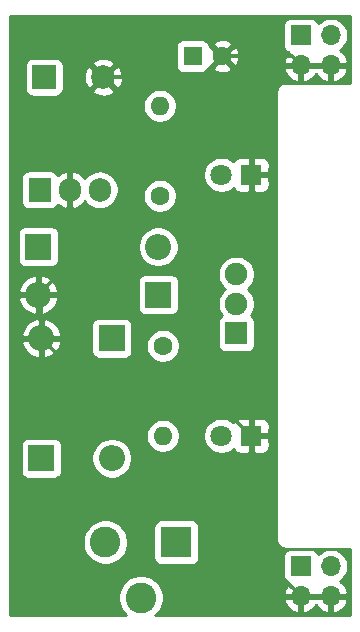
<source format=gtl>
%TF.GenerationSoftware,KiCad,Pcbnew,5.1.10-88a1d61d58~88~ubuntu20.04.1*%
%TF.CreationDate,2021-07-24T20:23:26-03:00*%
%TF.ProjectId,002_Breadboard_Power_Supply,3030325f-4272-4656-9164-626f6172645f,V1*%
%TF.SameCoordinates,Original*%
%TF.FileFunction,Copper,L1,Top*%
%TF.FilePolarity,Positive*%
%FSLAX46Y46*%
G04 Gerber Fmt 4.6, Leading zero omitted, Abs format (unit mm)*
G04 Created by KiCad (PCBNEW 5.1.10-88a1d61d58~88~ubuntu20.04.1) date 2021-07-24 20:23:26*
%MOMM*%
%LPD*%
G01*
G04 APERTURE LIST*
%TA.AperFunction,ComponentPad*%
%ADD10R,2.000000X2.000000*%
%TD*%
%TA.AperFunction,ComponentPad*%
%ADD11C,2.000000*%
%TD*%
%TA.AperFunction,ComponentPad*%
%ADD12R,1.600000X1.600000*%
%TD*%
%TA.AperFunction,ComponentPad*%
%ADD13C,1.600000*%
%TD*%
%TA.AperFunction,ComponentPad*%
%ADD14R,2.200000X2.200000*%
%TD*%
%TA.AperFunction,ComponentPad*%
%ADD15O,2.200000X2.200000*%
%TD*%
%TA.AperFunction,ComponentPad*%
%ADD16R,1.800000X1.800000*%
%TD*%
%TA.AperFunction,ComponentPad*%
%ADD17C,1.800000*%
%TD*%
%TA.AperFunction,ComponentPad*%
%ADD18R,2.600000X2.600000*%
%TD*%
%TA.AperFunction,ComponentPad*%
%ADD19C,2.600000*%
%TD*%
%TA.AperFunction,ComponentPad*%
%ADD20R,1.700000X1.700000*%
%TD*%
%TA.AperFunction,ComponentPad*%
%ADD21O,1.700000X1.700000*%
%TD*%
%TA.AperFunction,ComponentPad*%
%ADD22O,1.600000X1.600000*%
%TD*%
%TA.AperFunction,ComponentPad*%
%ADD23R,1.900000X1.900000*%
%TD*%
%TA.AperFunction,ComponentPad*%
%ADD24C,1.900000*%
%TD*%
%TA.AperFunction,ComponentPad*%
%ADD25R,1.905000X2.000000*%
%TD*%
%TA.AperFunction,ComponentPad*%
%ADD26O,1.905000X2.000000*%
%TD*%
%TA.AperFunction,Conductor*%
%ADD27C,0.300000*%
%TD*%
%TA.AperFunction,Conductor*%
%ADD28C,0.254000*%
%TD*%
%TA.AperFunction,Conductor*%
%ADD29C,0.100000*%
%TD*%
G04 APERTURE END LIST*
D10*
%TO.P,C1,1*%
%TO.N,/Vin*%
X79883000Y-56515000D03*
D11*
%TO.P,C1,2*%
%TO.N,/Gnd*%
X84883000Y-56515000D03*
%TD*%
D12*
%TO.P,C2,1*%
%TO.N,/Vout1*%
X92456000Y-54737000D03*
D13*
%TO.P,C2,2*%
%TO.N,/Gnd*%
X94956000Y-54737000D03*
%TD*%
D14*
%TO.P,D1,1*%
%TO.N,/Vin*%
X79375000Y-70866000D03*
D15*
%TO.P,D1,2*%
%TO.N,/BJ_pin1*%
X89535000Y-70866000D03*
%TD*%
%TO.P,D2,2*%
%TO.N,/Gnd*%
X79375000Y-74930000D03*
D14*
%TO.P,D2,1*%
%TO.N,/BJ_pin1*%
X89535000Y-74930000D03*
%TD*%
%TO.P,D3,1*%
%TO.N,/Vin*%
X85598000Y-78613000D03*
D15*
%TO.P,D3,2*%
%TO.N,/BJ_pin2*%
X85598000Y-88773000D03*
%TD*%
%TO.P,D4,2*%
%TO.N,/Gnd*%
X79629000Y-78613000D03*
D14*
%TO.P,D4,1*%
%TO.N,/BJ_pin2*%
X79629000Y-88773000D03*
%TD*%
D16*
%TO.P,D5,1*%
%TO.N,/Gnd*%
X97414000Y-86868000D03*
D17*
%TO.P,D5,2*%
%TO.N,Net-(D5-Pad2)*%
X94874000Y-86868000D03*
%TD*%
%TO.P,D6,2*%
%TO.N,Net-(D6-Pad2)*%
X94874000Y-64770000D03*
D16*
%TO.P,D6,1*%
%TO.N,/Gnd*%
X97414000Y-64770000D03*
%TD*%
D18*
%TO.P,J1,1*%
%TO.N,/BJ_pin1*%
X91059000Y-95885000D03*
D19*
%TO.P,J1,2*%
%TO.N,/BJ_pin2*%
X85059000Y-95885000D03*
%TO.P,J1,3*%
%TO.N,Net-(J1-Pad3)*%
X88059000Y-100585000D03*
%TD*%
D20*
%TO.P,J2,1*%
%TO.N,/Vout2*%
X101600000Y-52959000D03*
D21*
%TO.P,J2,2*%
X104140000Y-52959000D03*
%TO.P,J2,3*%
%TO.N,/Gnd*%
X101600000Y-55499000D03*
%TO.P,J2,4*%
X104140000Y-55499000D03*
%TD*%
%TO.P,J3,4*%
%TO.N,/Gnd*%
X104140000Y-100457000D03*
%TO.P,J3,3*%
X101600000Y-100457000D03*
%TO.P,J3,2*%
%TO.N,/Vout2*%
X104140000Y-97917000D03*
D20*
%TO.P,J3,1*%
X101600000Y-97917000D03*
%TD*%
D22*
%TO.P,R1,2*%
%TO.N,Net-(D5-Pad2)*%
X89916000Y-86868000D03*
D13*
%TO.P,R1,1*%
%TO.N,/Vout1*%
X89916000Y-79248000D03*
%TD*%
%TO.P,R2,1*%
%TO.N,/Vout2*%
X89662000Y-66548000D03*
D22*
%TO.P,R2,2*%
%TO.N,Net-(D6-Pad2)*%
X89662000Y-58928000D03*
%TD*%
D23*
%TO.P,SW1,1*%
%TO.N,/Vout2*%
X96139000Y-78199000D03*
D24*
%TO.P,SW1,2*%
%TO.N,/Vout1*%
X96139000Y-75699000D03*
%TO.P,SW1,3*%
%TO.N,Net-(SW1-Pad3)*%
X96139000Y-73199000D03*
%TD*%
D25*
%TO.P,U1,1*%
%TO.N,/Vin*%
X79502000Y-66040000D03*
D26*
%TO.P,U1,2*%
%TO.N,/Gnd*%
X82042000Y-66040000D03*
%TO.P,U1,3*%
%TO.N,/Vout1*%
X84582000Y-66040000D03*
%TD*%
D27*
%TO.N,/Gnd*%
X104140000Y-100457000D02*
X101600000Y-100457000D01*
X97414000Y-96271000D02*
X101600000Y-100457000D01*
X97414000Y-86868000D02*
X97414000Y-96271000D01*
X97414000Y-86868000D02*
X94112000Y-83566000D01*
X84582000Y-83566000D02*
X79629000Y-78613000D01*
X94112000Y-83566000D02*
X84582000Y-83566000D01*
X79629000Y-75184000D02*
X79375000Y-74930000D01*
X79629000Y-78613000D02*
X79629000Y-75184000D01*
X82042000Y-72263000D02*
X82042000Y-66040000D01*
X79375000Y-74930000D02*
X82042000Y-72263000D01*
X82042000Y-59356000D02*
X84883000Y-56515000D01*
X82042000Y-66040000D02*
X82042000Y-59356000D01*
X93178000Y-56515000D02*
X94956000Y-54737000D01*
X84883000Y-56515000D02*
X93178000Y-56515000D01*
X100838000Y-54737000D02*
X101600000Y-55499000D01*
X94956000Y-54737000D02*
X100838000Y-54737000D01*
X104140000Y-55499000D02*
X101600000Y-55499000D01*
X97414000Y-57195000D02*
X94956000Y-54737000D01*
X97414000Y-64770000D02*
X97414000Y-57195000D01*
%TD*%
D28*
%TO.N,/Gnd*%
X105766001Y-56998000D02*
X100235419Y-56998000D01*
X100203000Y-56994807D01*
X100170581Y-56998000D01*
X100073617Y-57007550D01*
X99949207Y-57045290D01*
X99834550Y-57106575D01*
X99734052Y-57189052D01*
X99651575Y-57289550D01*
X99590290Y-57404207D01*
X99552550Y-57528617D01*
X99539807Y-57658000D01*
X99543001Y-57690429D01*
X99543000Y-95725581D01*
X99539807Y-95758000D01*
X99552550Y-95887383D01*
X99590290Y-96011793D01*
X99651575Y-96126450D01*
X99734052Y-96226948D01*
X99834550Y-96309425D01*
X99949207Y-96370710D01*
X100073617Y-96408450D01*
X100203000Y-96421193D01*
X100235419Y-96418000D01*
X105766001Y-96418000D01*
X105766000Y-102083000D01*
X89297504Y-102083000D01*
X89562013Y-101818491D01*
X89773775Y-101501566D01*
X89919639Y-101149419D01*
X89986379Y-100813890D01*
X100158524Y-100813890D01*
X100203175Y-100961099D01*
X100328359Y-101223920D01*
X100502412Y-101457269D01*
X100718645Y-101652178D01*
X100968748Y-101801157D01*
X101243109Y-101898481D01*
X101473000Y-101777814D01*
X101473000Y-100584000D01*
X101727000Y-100584000D01*
X101727000Y-101777814D01*
X101956891Y-101898481D01*
X102231252Y-101801157D01*
X102481355Y-101652178D01*
X102697588Y-101457269D01*
X102870000Y-101226120D01*
X103042412Y-101457269D01*
X103258645Y-101652178D01*
X103508748Y-101801157D01*
X103783109Y-101898481D01*
X104013000Y-101777814D01*
X104013000Y-100584000D01*
X104267000Y-100584000D01*
X104267000Y-101777814D01*
X104496891Y-101898481D01*
X104771252Y-101801157D01*
X105021355Y-101652178D01*
X105237588Y-101457269D01*
X105411641Y-101223920D01*
X105536825Y-100961099D01*
X105581476Y-100813890D01*
X105460155Y-100584000D01*
X104267000Y-100584000D01*
X104013000Y-100584000D01*
X101727000Y-100584000D01*
X101473000Y-100584000D01*
X100279845Y-100584000D01*
X100158524Y-100813890D01*
X89986379Y-100813890D01*
X89994000Y-100775581D01*
X89994000Y-100394419D01*
X89919639Y-100020581D01*
X89773775Y-99668434D01*
X89562013Y-99351509D01*
X89292491Y-99081987D01*
X88975566Y-98870225D01*
X88623419Y-98724361D01*
X88249581Y-98650000D01*
X87868419Y-98650000D01*
X87494581Y-98724361D01*
X87142434Y-98870225D01*
X86825509Y-99081987D01*
X86555987Y-99351509D01*
X86344225Y-99668434D01*
X86198361Y-100020581D01*
X86124000Y-100394419D01*
X86124000Y-100775581D01*
X86198361Y-101149419D01*
X86344225Y-101501566D01*
X86555987Y-101818491D01*
X86820496Y-102083000D01*
X76987000Y-102083000D01*
X76987000Y-95694419D01*
X83124000Y-95694419D01*
X83124000Y-96075581D01*
X83198361Y-96449419D01*
X83344225Y-96801566D01*
X83555987Y-97118491D01*
X83825509Y-97388013D01*
X84142434Y-97599775D01*
X84494581Y-97745639D01*
X84868419Y-97820000D01*
X85249581Y-97820000D01*
X85623419Y-97745639D01*
X85975566Y-97599775D01*
X86292491Y-97388013D01*
X86562013Y-97118491D01*
X86773775Y-96801566D01*
X86919639Y-96449419D01*
X86994000Y-96075581D01*
X86994000Y-95694419D01*
X86919639Y-95320581D01*
X86773775Y-94968434D01*
X86562013Y-94651509D01*
X86495504Y-94585000D01*
X89120928Y-94585000D01*
X89120928Y-97185000D01*
X89133188Y-97309482D01*
X89169498Y-97429180D01*
X89228463Y-97539494D01*
X89307815Y-97636185D01*
X89404506Y-97715537D01*
X89514820Y-97774502D01*
X89634518Y-97810812D01*
X89759000Y-97823072D01*
X92359000Y-97823072D01*
X92483482Y-97810812D01*
X92603180Y-97774502D01*
X92713494Y-97715537D01*
X92810185Y-97636185D01*
X92889537Y-97539494D01*
X92948502Y-97429180D01*
X92984812Y-97309482D01*
X92997072Y-97185000D01*
X92997072Y-97067000D01*
X100111928Y-97067000D01*
X100111928Y-98767000D01*
X100124188Y-98891482D01*
X100160498Y-99011180D01*
X100219463Y-99121494D01*
X100298815Y-99218185D01*
X100395506Y-99297537D01*
X100505820Y-99356502D01*
X100586466Y-99380966D01*
X100502412Y-99456731D01*
X100328359Y-99690080D01*
X100203175Y-99952901D01*
X100158524Y-100100110D01*
X100279845Y-100330000D01*
X101473000Y-100330000D01*
X101473000Y-100310000D01*
X101727000Y-100310000D01*
X101727000Y-100330000D01*
X104013000Y-100330000D01*
X104013000Y-100310000D01*
X104267000Y-100310000D01*
X104267000Y-100330000D01*
X105460155Y-100330000D01*
X105581476Y-100100110D01*
X105536825Y-99952901D01*
X105411641Y-99690080D01*
X105237588Y-99456731D01*
X105021355Y-99261822D01*
X104904466Y-99192195D01*
X105086632Y-99070475D01*
X105293475Y-98863632D01*
X105455990Y-98620411D01*
X105567932Y-98350158D01*
X105625000Y-98063260D01*
X105625000Y-97770740D01*
X105567932Y-97483842D01*
X105455990Y-97213589D01*
X105293475Y-96970368D01*
X105086632Y-96763525D01*
X104843411Y-96601010D01*
X104573158Y-96489068D01*
X104286260Y-96432000D01*
X103993740Y-96432000D01*
X103706842Y-96489068D01*
X103436589Y-96601010D01*
X103193368Y-96763525D01*
X103061513Y-96895380D01*
X103039502Y-96822820D01*
X102980537Y-96712506D01*
X102901185Y-96615815D01*
X102804494Y-96536463D01*
X102694180Y-96477498D01*
X102574482Y-96441188D01*
X102450000Y-96428928D01*
X100750000Y-96428928D01*
X100625518Y-96441188D01*
X100505820Y-96477498D01*
X100395506Y-96536463D01*
X100298815Y-96615815D01*
X100219463Y-96712506D01*
X100160498Y-96822820D01*
X100124188Y-96942518D01*
X100111928Y-97067000D01*
X92997072Y-97067000D01*
X92997072Y-94585000D01*
X92984812Y-94460518D01*
X92948502Y-94340820D01*
X92889537Y-94230506D01*
X92810185Y-94133815D01*
X92713494Y-94054463D01*
X92603180Y-93995498D01*
X92483482Y-93959188D01*
X92359000Y-93946928D01*
X89759000Y-93946928D01*
X89634518Y-93959188D01*
X89514820Y-93995498D01*
X89404506Y-94054463D01*
X89307815Y-94133815D01*
X89228463Y-94230506D01*
X89169498Y-94340820D01*
X89133188Y-94460518D01*
X89120928Y-94585000D01*
X86495504Y-94585000D01*
X86292491Y-94381987D01*
X85975566Y-94170225D01*
X85623419Y-94024361D01*
X85249581Y-93950000D01*
X84868419Y-93950000D01*
X84494581Y-94024361D01*
X84142434Y-94170225D01*
X83825509Y-94381987D01*
X83555987Y-94651509D01*
X83344225Y-94968434D01*
X83198361Y-95320581D01*
X83124000Y-95694419D01*
X76987000Y-95694419D01*
X76987000Y-87673000D01*
X77890928Y-87673000D01*
X77890928Y-89873000D01*
X77903188Y-89997482D01*
X77939498Y-90117180D01*
X77998463Y-90227494D01*
X78077815Y-90324185D01*
X78174506Y-90403537D01*
X78284820Y-90462502D01*
X78404518Y-90498812D01*
X78529000Y-90511072D01*
X80729000Y-90511072D01*
X80853482Y-90498812D01*
X80973180Y-90462502D01*
X81083494Y-90403537D01*
X81180185Y-90324185D01*
X81259537Y-90227494D01*
X81318502Y-90117180D01*
X81354812Y-89997482D01*
X81367072Y-89873000D01*
X81367072Y-88602117D01*
X83863000Y-88602117D01*
X83863000Y-88943883D01*
X83929675Y-89279081D01*
X84060463Y-89594831D01*
X84250337Y-89878998D01*
X84492002Y-90120663D01*
X84776169Y-90310537D01*
X85091919Y-90441325D01*
X85427117Y-90508000D01*
X85768883Y-90508000D01*
X86104081Y-90441325D01*
X86419831Y-90310537D01*
X86703998Y-90120663D01*
X86945663Y-89878998D01*
X87135537Y-89594831D01*
X87266325Y-89279081D01*
X87333000Y-88943883D01*
X87333000Y-88602117D01*
X87266325Y-88266919D01*
X87135537Y-87951169D01*
X86945663Y-87667002D01*
X86703998Y-87425337D01*
X86419831Y-87235463D01*
X86104081Y-87104675D01*
X85768883Y-87038000D01*
X85427117Y-87038000D01*
X85091919Y-87104675D01*
X84776169Y-87235463D01*
X84492002Y-87425337D01*
X84250337Y-87667002D01*
X84060463Y-87951169D01*
X83929675Y-88266919D01*
X83863000Y-88602117D01*
X81367072Y-88602117D01*
X81367072Y-87673000D01*
X81354812Y-87548518D01*
X81318502Y-87428820D01*
X81259537Y-87318506D01*
X81180185Y-87221815D01*
X81083494Y-87142463D01*
X80973180Y-87083498D01*
X80853482Y-87047188D01*
X80729000Y-87034928D01*
X78529000Y-87034928D01*
X78404518Y-87047188D01*
X78284820Y-87083498D01*
X78174506Y-87142463D01*
X78077815Y-87221815D01*
X77998463Y-87318506D01*
X77939498Y-87428820D01*
X77903188Y-87548518D01*
X77890928Y-87673000D01*
X76987000Y-87673000D01*
X76987000Y-86726665D01*
X88481000Y-86726665D01*
X88481000Y-87009335D01*
X88536147Y-87286574D01*
X88644320Y-87547727D01*
X88801363Y-87782759D01*
X89001241Y-87982637D01*
X89236273Y-88139680D01*
X89497426Y-88247853D01*
X89774665Y-88303000D01*
X90057335Y-88303000D01*
X90334574Y-88247853D01*
X90595727Y-88139680D01*
X90830759Y-87982637D01*
X91030637Y-87782759D01*
X91187680Y-87547727D01*
X91295853Y-87286574D01*
X91351000Y-87009335D01*
X91351000Y-86726665D01*
X91349041Y-86716816D01*
X93339000Y-86716816D01*
X93339000Y-87019184D01*
X93397989Y-87315743D01*
X93513701Y-87595095D01*
X93681688Y-87846505D01*
X93895495Y-88060312D01*
X94146905Y-88228299D01*
X94426257Y-88344011D01*
X94722816Y-88403000D01*
X95025184Y-88403000D01*
X95321743Y-88344011D01*
X95601095Y-88228299D01*
X95852505Y-88060312D01*
X95918944Y-87993873D01*
X95924498Y-88012180D01*
X95983463Y-88122494D01*
X96062815Y-88219185D01*
X96159506Y-88298537D01*
X96269820Y-88357502D01*
X96389518Y-88393812D01*
X96514000Y-88406072D01*
X97128250Y-88403000D01*
X97287000Y-88244250D01*
X97287000Y-86995000D01*
X97541000Y-86995000D01*
X97541000Y-88244250D01*
X97699750Y-88403000D01*
X98314000Y-88406072D01*
X98438482Y-88393812D01*
X98558180Y-88357502D01*
X98668494Y-88298537D01*
X98765185Y-88219185D01*
X98844537Y-88122494D01*
X98903502Y-88012180D01*
X98939812Y-87892482D01*
X98952072Y-87768000D01*
X98949000Y-87153750D01*
X98790250Y-86995000D01*
X97541000Y-86995000D01*
X97287000Y-86995000D01*
X97267000Y-86995000D01*
X97267000Y-86741000D01*
X97287000Y-86741000D01*
X97287000Y-85491750D01*
X97541000Y-85491750D01*
X97541000Y-86741000D01*
X98790250Y-86741000D01*
X98949000Y-86582250D01*
X98952072Y-85968000D01*
X98939812Y-85843518D01*
X98903502Y-85723820D01*
X98844537Y-85613506D01*
X98765185Y-85516815D01*
X98668494Y-85437463D01*
X98558180Y-85378498D01*
X98438482Y-85342188D01*
X98314000Y-85329928D01*
X97699750Y-85333000D01*
X97541000Y-85491750D01*
X97287000Y-85491750D01*
X97128250Y-85333000D01*
X96514000Y-85329928D01*
X96389518Y-85342188D01*
X96269820Y-85378498D01*
X96159506Y-85437463D01*
X96062815Y-85516815D01*
X95983463Y-85613506D01*
X95924498Y-85723820D01*
X95918944Y-85742127D01*
X95852505Y-85675688D01*
X95601095Y-85507701D01*
X95321743Y-85391989D01*
X95025184Y-85333000D01*
X94722816Y-85333000D01*
X94426257Y-85391989D01*
X94146905Y-85507701D01*
X93895495Y-85675688D01*
X93681688Y-85889495D01*
X93513701Y-86140905D01*
X93397989Y-86420257D01*
X93339000Y-86716816D01*
X91349041Y-86716816D01*
X91295853Y-86449426D01*
X91187680Y-86188273D01*
X91030637Y-85953241D01*
X90830759Y-85753363D01*
X90595727Y-85596320D01*
X90334574Y-85488147D01*
X90057335Y-85433000D01*
X89774665Y-85433000D01*
X89497426Y-85488147D01*
X89236273Y-85596320D01*
X89001241Y-85753363D01*
X88801363Y-85953241D01*
X88644320Y-86188273D01*
X88536147Y-86449426D01*
X88481000Y-86726665D01*
X76987000Y-86726665D01*
X76987000Y-79009123D01*
X77939821Y-79009123D01*
X78049558Y-79331054D01*
X78219992Y-79625391D01*
X78444573Y-79880822D01*
X78714671Y-80087531D01*
X79019906Y-80237575D01*
X79232878Y-80302175D01*
X79502000Y-80184125D01*
X79502000Y-78740000D01*
X79756000Y-78740000D01*
X79756000Y-80184125D01*
X80025122Y-80302175D01*
X80238094Y-80237575D01*
X80543329Y-80087531D01*
X80813427Y-79880822D01*
X81038008Y-79625391D01*
X81208442Y-79331054D01*
X81318179Y-79009123D01*
X81200600Y-78740000D01*
X79756000Y-78740000D01*
X79502000Y-78740000D01*
X78057400Y-78740000D01*
X77939821Y-79009123D01*
X76987000Y-79009123D01*
X76987000Y-78216877D01*
X77939821Y-78216877D01*
X78057400Y-78486000D01*
X79502000Y-78486000D01*
X79502000Y-77041875D01*
X79756000Y-77041875D01*
X79756000Y-78486000D01*
X81200600Y-78486000D01*
X81318179Y-78216877D01*
X81208442Y-77894946D01*
X81038008Y-77600609D01*
X80960981Y-77513000D01*
X83859928Y-77513000D01*
X83859928Y-79713000D01*
X83872188Y-79837482D01*
X83908498Y-79957180D01*
X83967463Y-80067494D01*
X84046815Y-80164185D01*
X84143506Y-80243537D01*
X84253820Y-80302502D01*
X84373518Y-80338812D01*
X84498000Y-80351072D01*
X86698000Y-80351072D01*
X86822482Y-80338812D01*
X86942180Y-80302502D01*
X87052494Y-80243537D01*
X87149185Y-80164185D01*
X87228537Y-80067494D01*
X87287502Y-79957180D01*
X87323812Y-79837482D01*
X87336072Y-79713000D01*
X87336072Y-79106665D01*
X88481000Y-79106665D01*
X88481000Y-79389335D01*
X88536147Y-79666574D01*
X88644320Y-79927727D01*
X88801363Y-80162759D01*
X89001241Y-80362637D01*
X89236273Y-80519680D01*
X89497426Y-80627853D01*
X89774665Y-80683000D01*
X90057335Y-80683000D01*
X90334574Y-80627853D01*
X90595727Y-80519680D01*
X90830759Y-80362637D01*
X91030637Y-80162759D01*
X91187680Y-79927727D01*
X91295853Y-79666574D01*
X91351000Y-79389335D01*
X91351000Y-79106665D01*
X91295853Y-78829426D01*
X91187680Y-78568273D01*
X91030637Y-78333241D01*
X90830759Y-78133363D01*
X90595727Y-77976320D01*
X90334574Y-77868147D01*
X90057335Y-77813000D01*
X89774665Y-77813000D01*
X89497426Y-77868147D01*
X89236273Y-77976320D01*
X89001241Y-78133363D01*
X88801363Y-78333241D01*
X88644320Y-78568273D01*
X88536147Y-78829426D01*
X88481000Y-79106665D01*
X87336072Y-79106665D01*
X87336072Y-77513000D01*
X87323812Y-77388518D01*
X87287502Y-77268820D01*
X87276908Y-77249000D01*
X94550928Y-77249000D01*
X94550928Y-79149000D01*
X94563188Y-79273482D01*
X94599498Y-79393180D01*
X94658463Y-79503494D01*
X94737815Y-79600185D01*
X94834506Y-79679537D01*
X94944820Y-79738502D01*
X95064518Y-79774812D01*
X95189000Y-79787072D01*
X97089000Y-79787072D01*
X97213482Y-79774812D01*
X97333180Y-79738502D01*
X97443494Y-79679537D01*
X97540185Y-79600185D01*
X97619537Y-79503494D01*
X97678502Y-79393180D01*
X97714812Y-79273482D01*
X97727072Y-79149000D01*
X97727072Y-77249000D01*
X97714812Y-77124518D01*
X97678502Y-77004820D01*
X97619537Y-76894506D01*
X97540185Y-76797815D01*
X97443494Y-76718463D01*
X97384979Y-76687186D01*
X97543609Y-76449779D01*
X97663089Y-76161327D01*
X97724000Y-75855109D01*
X97724000Y-75542891D01*
X97663089Y-75236673D01*
X97543609Y-74948221D01*
X97370150Y-74688621D01*
X97149379Y-74467850D01*
X97121168Y-74449000D01*
X97149379Y-74430150D01*
X97370150Y-74209379D01*
X97543609Y-73949779D01*
X97663089Y-73661327D01*
X97724000Y-73355109D01*
X97724000Y-73042891D01*
X97663089Y-72736673D01*
X97543609Y-72448221D01*
X97370150Y-72188621D01*
X97149379Y-71967850D01*
X96889779Y-71794391D01*
X96601327Y-71674911D01*
X96295109Y-71614000D01*
X95982891Y-71614000D01*
X95676673Y-71674911D01*
X95388221Y-71794391D01*
X95128621Y-71967850D01*
X94907850Y-72188621D01*
X94734391Y-72448221D01*
X94614911Y-72736673D01*
X94554000Y-73042891D01*
X94554000Y-73355109D01*
X94614911Y-73661327D01*
X94734391Y-73949779D01*
X94907850Y-74209379D01*
X95128621Y-74430150D01*
X95156832Y-74449000D01*
X95128621Y-74467850D01*
X94907850Y-74688621D01*
X94734391Y-74948221D01*
X94614911Y-75236673D01*
X94554000Y-75542891D01*
X94554000Y-75855109D01*
X94614911Y-76161327D01*
X94734391Y-76449779D01*
X94893021Y-76687186D01*
X94834506Y-76718463D01*
X94737815Y-76797815D01*
X94658463Y-76894506D01*
X94599498Y-77004820D01*
X94563188Y-77124518D01*
X94550928Y-77249000D01*
X87276908Y-77249000D01*
X87228537Y-77158506D01*
X87149185Y-77061815D01*
X87052494Y-76982463D01*
X86942180Y-76923498D01*
X86822482Y-76887188D01*
X86698000Y-76874928D01*
X84498000Y-76874928D01*
X84373518Y-76887188D01*
X84253820Y-76923498D01*
X84143506Y-76982463D01*
X84046815Y-77061815D01*
X83967463Y-77158506D01*
X83908498Y-77268820D01*
X83872188Y-77388518D01*
X83859928Y-77513000D01*
X80960981Y-77513000D01*
X80813427Y-77345178D01*
X80543329Y-77138469D01*
X80238094Y-76988425D01*
X80025122Y-76923825D01*
X79756000Y-77041875D01*
X79502000Y-77041875D01*
X79232878Y-76923825D01*
X79019906Y-76988425D01*
X78714671Y-77138469D01*
X78444573Y-77345178D01*
X78219992Y-77600609D01*
X78049558Y-77894946D01*
X77939821Y-78216877D01*
X76987000Y-78216877D01*
X76987000Y-75326122D01*
X77685825Y-75326122D01*
X77750425Y-75539094D01*
X77900469Y-75844329D01*
X78107178Y-76114427D01*
X78362609Y-76339008D01*
X78656946Y-76509442D01*
X78978877Y-76619179D01*
X79248000Y-76501600D01*
X79248000Y-75057000D01*
X79502000Y-75057000D01*
X79502000Y-76501600D01*
X79771123Y-76619179D01*
X80093054Y-76509442D01*
X80387391Y-76339008D01*
X80642822Y-76114427D01*
X80849531Y-75844329D01*
X80999575Y-75539094D01*
X81064175Y-75326122D01*
X80946125Y-75057000D01*
X79502000Y-75057000D01*
X79248000Y-75057000D01*
X77803875Y-75057000D01*
X77685825Y-75326122D01*
X76987000Y-75326122D01*
X76987000Y-74533878D01*
X77685825Y-74533878D01*
X77803875Y-74803000D01*
X79248000Y-74803000D01*
X79248000Y-73358400D01*
X79502000Y-73358400D01*
X79502000Y-74803000D01*
X80946125Y-74803000D01*
X81064175Y-74533878D01*
X80999575Y-74320906D01*
X80849531Y-74015671D01*
X80707435Y-73830000D01*
X87796928Y-73830000D01*
X87796928Y-76030000D01*
X87809188Y-76154482D01*
X87845498Y-76274180D01*
X87904463Y-76384494D01*
X87983815Y-76481185D01*
X88080506Y-76560537D01*
X88190820Y-76619502D01*
X88310518Y-76655812D01*
X88435000Y-76668072D01*
X90635000Y-76668072D01*
X90759482Y-76655812D01*
X90879180Y-76619502D01*
X90989494Y-76560537D01*
X91086185Y-76481185D01*
X91165537Y-76384494D01*
X91224502Y-76274180D01*
X91260812Y-76154482D01*
X91273072Y-76030000D01*
X91273072Y-73830000D01*
X91260812Y-73705518D01*
X91224502Y-73585820D01*
X91165537Y-73475506D01*
X91086185Y-73378815D01*
X90989494Y-73299463D01*
X90879180Y-73240498D01*
X90759482Y-73204188D01*
X90635000Y-73191928D01*
X88435000Y-73191928D01*
X88310518Y-73204188D01*
X88190820Y-73240498D01*
X88080506Y-73299463D01*
X87983815Y-73378815D01*
X87904463Y-73475506D01*
X87845498Y-73585820D01*
X87809188Y-73705518D01*
X87796928Y-73830000D01*
X80707435Y-73830000D01*
X80642822Y-73745573D01*
X80387391Y-73520992D01*
X80093054Y-73350558D01*
X79771123Y-73240821D01*
X79502000Y-73358400D01*
X79248000Y-73358400D01*
X78978877Y-73240821D01*
X78656946Y-73350558D01*
X78362609Y-73520992D01*
X78107178Y-73745573D01*
X77900469Y-74015671D01*
X77750425Y-74320906D01*
X77685825Y-74533878D01*
X76987000Y-74533878D01*
X76987000Y-69766000D01*
X77636928Y-69766000D01*
X77636928Y-71966000D01*
X77649188Y-72090482D01*
X77685498Y-72210180D01*
X77744463Y-72320494D01*
X77823815Y-72417185D01*
X77920506Y-72496537D01*
X78030820Y-72555502D01*
X78150518Y-72591812D01*
X78275000Y-72604072D01*
X80475000Y-72604072D01*
X80599482Y-72591812D01*
X80719180Y-72555502D01*
X80829494Y-72496537D01*
X80926185Y-72417185D01*
X81005537Y-72320494D01*
X81064502Y-72210180D01*
X81100812Y-72090482D01*
X81113072Y-71966000D01*
X81113072Y-70695117D01*
X87800000Y-70695117D01*
X87800000Y-71036883D01*
X87866675Y-71372081D01*
X87997463Y-71687831D01*
X88187337Y-71971998D01*
X88429002Y-72213663D01*
X88713169Y-72403537D01*
X89028919Y-72534325D01*
X89364117Y-72601000D01*
X89705883Y-72601000D01*
X90041081Y-72534325D01*
X90356831Y-72403537D01*
X90640998Y-72213663D01*
X90882663Y-71971998D01*
X91072537Y-71687831D01*
X91203325Y-71372081D01*
X91270000Y-71036883D01*
X91270000Y-70695117D01*
X91203325Y-70359919D01*
X91072537Y-70044169D01*
X90882663Y-69760002D01*
X90640998Y-69518337D01*
X90356831Y-69328463D01*
X90041081Y-69197675D01*
X89705883Y-69131000D01*
X89364117Y-69131000D01*
X89028919Y-69197675D01*
X88713169Y-69328463D01*
X88429002Y-69518337D01*
X88187337Y-69760002D01*
X87997463Y-70044169D01*
X87866675Y-70359919D01*
X87800000Y-70695117D01*
X81113072Y-70695117D01*
X81113072Y-69766000D01*
X81100812Y-69641518D01*
X81064502Y-69521820D01*
X81005537Y-69411506D01*
X80926185Y-69314815D01*
X80829494Y-69235463D01*
X80719180Y-69176498D01*
X80599482Y-69140188D01*
X80475000Y-69127928D01*
X78275000Y-69127928D01*
X78150518Y-69140188D01*
X78030820Y-69176498D01*
X77920506Y-69235463D01*
X77823815Y-69314815D01*
X77744463Y-69411506D01*
X77685498Y-69521820D01*
X77649188Y-69641518D01*
X77636928Y-69766000D01*
X76987000Y-69766000D01*
X76987000Y-65040000D01*
X77911428Y-65040000D01*
X77911428Y-67040000D01*
X77923688Y-67164482D01*
X77959998Y-67284180D01*
X78018963Y-67394494D01*
X78098315Y-67491185D01*
X78195006Y-67570537D01*
X78305320Y-67629502D01*
X78425018Y-67665812D01*
X78549500Y-67678072D01*
X80454500Y-67678072D01*
X80578982Y-67665812D01*
X80698680Y-67629502D01*
X80808994Y-67570537D01*
X80905685Y-67491185D01*
X80985037Y-67394494D01*
X81034059Y-67302781D01*
X81175077Y-67415969D01*
X81450906Y-67559571D01*
X81669020Y-67630563D01*
X81915000Y-67510594D01*
X81915000Y-66167000D01*
X81895000Y-66167000D01*
X81895000Y-65913000D01*
X81915000Y-65913000D01*
X81915000Y-64569406D01*
X82169000Y-64569406D01*
X82169000Y-65913000D01*
X82189000Y-65913000D01*
X82189000Y-66167000D01*
X82169000Y-66167000D01*
X82169000Y-67510594D01*
X82414980Y-67630563D01*
X82633094Y-67559571D01*
X82908923Y-67415969D01*
X83151437Y-67221315D01*
X83306837Y-67036101D01*
X83454037Y-67215463D01*
X83695766Y-67413845D01*
X83971552Y-67561255D01*
X84270797Y-67652030D01*
X84582000Y-67682681D01*
X84893204Y-67652030D01*
X85192449Y-67561255D01*
X85468235Y-67413845D01*
X85709963Y-67215463D01*
X85908345Y-66973734D01*
X86055755Y-66697948D01*
X86144114Y-66406665D01*
X88227000Y-66406665D01*
X88227000Y-66689335D01*
X88282147Y-66966574D01*
X88390320Y-67227727D01*
X88547363Y-67462759D01*
X88747241Y-67662637D01*
X88982273Y-67819680D01*
X89243426Y-67927853D01*
X89520665Y-67983000D01*
X89803335Y-67983000D01*
X90080574Y-67927853D01*
X90341727Y-67819680D01*
X90576759Y-67662637D01*
X90776637Y-67462759D01*
X90933680Y-67227727D01*
X91041853Y-66966574D01*
X91097000Y-66689335D01*
X91097000Y-66406665D01*
X91041853Y-66129426D01*
X90933680Y-65868273D01*
X90776637Y-65633241D01*
X90576759Y-65433363D01*
X90341727Y-65276320D01*
X90080574Y-65168147D01*
X89803335Y-65113000D01*
X89520665Y-65113000D01*
X89243426Y-65168147D01*
X88982273Y-65276320D01*
X88747241Y-65433363D01*
X88547363Y-65633241D01*
X88390320Y-65868273D01*
X88282147Y-66129426D01*
X88227000Y-66406665D01*
X86144114Y-66406665D01*
X86146530Y-66398703D01*
X86169500Y-66165485D01*
X86169500Y-65914514D01*
X86146530Y-65681296D01*
X86055755Y-65382051D01*
X85908345Y-65106265D01*
X85709963Y-64864537D01*
X85468234Y-64666155D01*
X85379669Y-64618816D01*
X93339000Y-64618816D01*
X93339000Y-64921184D01*
X93397989Y-65217743D01*
X93513701Y-65497095D01*
X93681688Y-65748505D01*
X93895495Y-65962312D01*
X94146905Y-66130299D01*
X94426257Y-66246011D01*
X94722816Y-66305000D01*
X95025184Y-66305000D01*
X95321743Y-66246011D01*
X95601095Y-66130299D01*
X95852505Y-65962312D01*
X95918944Y-65895873D01*
X95924498Y-65914180D01*
X95983463Y-66024494D01*
X96062815Y-66121185D01*
X96159506Y-66200537D01*
X96269820Y-66259502D01*
X96389518Y-66295812D01*
X96514000Y-66308072D01*
X97128250Y-66305000D01*
X97287000Y-66146250D01*
X97287000Y-64897000D01*
X97541000Y-64897000D01*
X97541000Y-66146250D01*
X97699750Y-66305000D01*
X98314000Y-66308072D01*
X98438482Y-66295812D01*
X98558180Y-66259502D01*
X98668494Y-66200537D01*
X98765185Y-66121185D01*
X98844537Y-66024494D01*
X98903502Y-65914180D01*
X98939812Y-65794482D01*
X98952072Y-65670000D01*
X98949000Y-65055750D01*
X98790250Y-64897000D01*
X97541000Y-64897000D01*
X97287000Y-64897000D01*
X97267000Y-64897000D01*
X97267000Y-64643000D01*
X97287000Y-64643000D01*
X97287000Y-63393750D01*
X97541000Y-63393750D01*
X97541000Y-64643000D01*
X98790250Y-64643000D01*
X98949000Y-64484250D01*
X98952072Y-63870000D01*
X98939812Y-63745518D01*
X98903502Y-63625820D01*
X98844537Y-63515506D01*
X98765185Y-63418815D01*
X98668494Y-63339463D01*
X98558180Y-63280498D01*
X98438482Y-63244188D01*
X98314000Y-63231928D01*
X97699750Y-63235000D01*
X97541000Y-63393750D01*
X97287000Y-63393750D01*
X97128250Y-63235000D01*
X96514000Y-63231928D01*
X96389518Y-63244188D01*
X96269820Y-63280498D01*
X96159506Y-63339463D01*
X96062815Y-63418815D01*
X95983463Y-63515506D01*
X95924498Y-63625820D01*
X95918944Y-63644127D01*
X95852505Y-63577688D01*
X95601095Y-63409701D01*
X95321743Y-63293989D01*
X95025184Y-63235000D01*
X94722816Y-63235000D01*
X94426257Y-63293989D01*
X94146905Y-63409701D01*
X93895495Y-63577688D01*
X93681688Y-63791495D01*
X93513701Y-64042905D01*
X93397989Y-64322257D01*
X93339000Y-64618816D01*
X85379669Y-64618816D01*
X85192448Y-64518745D01*
X84893203Y-64427970D01*
X84582000Y-64397319D01*
X84270796Y-64427970D01*
X83971551Y-64518745D01*
X83695765Y-64666155D01*
X83454037Y-64864537D01*
X83306838Y-65043900D01*
X83151437Y-64858685D01*
X82908923Y-64664031D01*
X82633094Y-64520429D01*
X82414980Y-64449437D01*
X82169000Y-64569406D01*
X81915000Y-64569406D01*
X81669020Y-64449437D01*
X81450906Y-64520429D01*
X81175077Y-64664031D01*
X81034059Y-64777219D01*
X80985037Y-64685506D01*
X80905685Y-64588815D01*
X80808994Y-64509463D01*
X80698680Y-64450498D01*
X80578982Y-64414188D01*
X80454500Y-64401928D01*
X78549500Y-64401928D01*
X78425018Y-64414188D01*
X78305320Y-64450498D01*
X78195006Y-64509463D01*
X78098315Y-64588815D01*
X78018963Y-64685506D01*
X77959998Y-64795820D01*
X77923688Y-64915518D01*
X77911428Y-65040000D01*
X76987000Y-65040000D01*
X76987000Y-58786665D01*
X88227000Y-58786665D01*
X88227000Y-59069335D01*
X88282147Y-59346574D01*
X88390320Y-59607727D01*
X88547363Y-59842759D01*
X88747241Y-60042637D01*
X88982273Y-60199680D01*
X89243426Y-60307853D01*
X89520665Y-60363000D01*
X89803335Y-60363000D01*
X90080574Y-60307853D01*
X90341727Y-60199680D01*
X90576759Y-60042637D01*
X90776637Y-59842759D01*
X90933680Y-59607727D01*
X91041853Y-59346574D01*
X91097000Y-59069335D01*
X91097000Y-58786665D01*
X91041853Y-58509426D01*
X90933680Y-58248273D01*
X90776637Y-58013241D01*
X90576759Y-57813363D01*
X90341727Y-57656320D01*
X90080574Y-57548147D01*
X89803335Y-57493000D01*
X89520665Y-57493000D01*
X89243426Y-57548147D01*
X88982273Y-57656320D01*
X88747241Y-57813363D01*
X88547363Y-58013241D01*
X88390320Y-58248273D01*
X88282147Y-58509426D01*
X88227000Y-58786665D01*
X76987000Y-58786665D01*
X76987000Y-55515000D01*
X78244928Y-55515000D01*
X78244928Y-57515000D01*
X78257188Y-57639482D01*
X78293498Y-57759180D01*
X78352463Y-57869494D01*
X78431815Y-57966185D01*
X78528506Y-58045537D01*
X78638820Y-58104502D01*
X78758518Y-58140812D01*
X78883000Y-58153072D01*
X80883000Y-58153072D01*
X81007482Y-58140812D01*
X81127180Y-58104502D01*
X81237494Y-58045537D01*
X81334185Y-57966185D01*
X81413537Y-57869494D01*
X81472502Y-57759180D01*
X81505496Y-57650413D01*
X83927192Y-57650413D01*
X84022956Y-57914814D01*
X84312571Y-58055704D01*
X84624108Y-58137384D01*
X84945595Y-58156718D01*
X85264675Y-58112961D01*
X85569088Y-58007795D01*
X85743044Y-57914814D01*
X85838808Y-57650413D01*
X84883000Y-56694605D01*
X83927192Y-57650413D01*
X81505496Y-57650413D01*
X81508812Y-57639482D01*
X81521072Y-57515000D01*
X81521072Y-56577595D01*
X83241282Y-56577595D01*
X83285039Y-56896675D01*
X83390205Y-57201088D01*
X83483186Y-57375044D01*
X83747587Y-57470808D01*
X84703395Y-56515000D01*
X85062605Y-56515000D01*
X86018413Y-57470808D01*
X86282814Y-57375044D01*
X86423704Y-57085429D01*
X86505384Y-56773892D01*
X86524718Y-56452405D01*
X86480961Y-56133325D01*
X86375795Y-55828912D01*
X86282814Y-55654956D01*
X86018413Y-55559192D01*
X85062605Y-56515000D01*
X84703395Y-56515000D01*
X83747587Y-55559192D01*
X83483186Y-55654956D01*
X83342296Y-55944571D01*
X83260616Y-56256108D01*
X83241282Y-56577595D01*
X81521072Y-56577595D01*
X81521072Y-55515000D01*
X81508812Y-55390518D01*
X81505497Y-55379587D01*
X83927192Y-55379587D01*
X84883000Y-56335395D01*
X85838808Y-55379587D01*
X85743044Y-55115186D01*
X85453429Y-54974296D01*
X85141892Y-54892616D01*
X84820405Y-54873282D01*
X84501325Y-54917039D01*
X84196912Y-55022205D01*
X84022956Y-55115186D01*
X83927192Y-55379587D01*
X81505497Y-55379587D01*
X81472502Y-55270820D01*
X81413537Y-55160506D01*
X81334185Y-55063815D01*
X81237494Y-54984463D01*
X81127180Y-54925498D01*
X81007482Y-54889188D01*
X80883000Y-54876928D01*
X78883000Y-54876928D01*
X78758518Y-54889188D01*
X78638820Y-54925498D01*
X78528506Y-54984463D01*
X78431815Y-55063815D01*
X78352463Y-55160506D01*
X78293498Y-55270820D01*
X78257188Y-55390518D01*
X78244928Y-55515000D01*
X76987000Y-55515000D01*
X76987000Y-53937000D01*
X91017928Y-53937000D01*
X91017928Y-55537000D01*
X91030188Y-55661482D01*
X91066498Y-55781180D01*
X91125463Y-55891494D01*
X91204815Y-55988185D01*
X91301506Y-56067537D01*
X91411820Y-56126502D01*
X91531518Y-56162812D01*
X91656000Y-56175072D01*
X93256000Y-56175072D01*
X93380482Y-56162812D01*
X93500180Y-56126502D01*
X93610494Y-56067537D01*
X93707185Y-55988185D01*
X93786537Y-55891494D01*
X93845502Y-55781180D01*
X93861117Y-55729702D01*
X94142903Y-55729702D01*
X94214486Y-55973671D01*
X94469996Y-56094571D01*
X94744184Y-56163300D01*
X95026512Y-56177217D01*
X95306130Y-56135787D01*
X95572292Y-56040603D01*
X95697514Y-55973671D01*
X95732072Y-55855890D01*
X100158524Y-55855890D01*
X100203175Y-56003099D01*
X100328359Y-56265920D01*
X100502412Y-56499269D01*
X100718645Y-56694178D01*
X100968748Y-56843157D01*
X101243109Y-56940481D01*
X101473000Y-56819814D01*
X101473000Y-55626000D01*
X101727000Y-55626000D01*
X101727000Y-56819814D01*
X101956891Y-56940481D01*
X102231252Y-56843157D01*
X102481355Y-56694178D01*
X102697588Y-56499269D01*
X102870000Y-56268120D01*
X103042412Y-56499269D01*
X103258645Y-56694178D01*
X103508748Y-56843157D01*
X103783109Y-56940481D01*
X104013000Y-56819814D01*
X104013000Y-55626000D01*
X104267000Y-55626000D01*
X104267000Y-56819814D01*
X104496891Y-56940481D01*
X104771252Y-56843157D01*
X105021355Y-56694178D01*
X105237588Y-56499269D01*
X105411641Y-56265920D01*
X105536825Y-56003099D01*
X105581476Y-55855890D01*
X105460155Y-55626000D01*
X104267000Y-55626000D01*
X104013000Y-55626000D01*
X101727000Y-55626000D01*
X101473000Y-55626000D01*
X100279845Y-55626000D01*
X100158524Y-55855890D01*
X95732072Y-55855890D01*
X95769097Y-55729702D01*
X94956000Y-54916605D01*
X94142903Y-55729702D01*
X93861117Y-55729702D01*
X93881812Y-55661482D01*
X93894072Y-55537000D01*
X93894072Y-55529785D01*
X93963298Y-55550097D01*
X94776395Y-54737000D01*
X95135605Y-54737000D01*
X95948702Y-55550097D01*
X96192671Y-55478514D01*
X96313571Y-55223004D01*
X96382300Y-54948816D01*
X96396217Y-54666488D01*
X96354787Y-54386870D01*
X96259603Y-54120708D01*
X96192671Y-53995486D01*
X95948702Y-53923903D01*
X95135605Y-54737000D01*
X94776395Y-54737000D01*
X93963298Y-53923903D01*
X93894072Y-53944215D01*
X93894072Y-53937000D01*
X93881812Y-53812518D01*
X93861118Y-53744298D01*
X94142903Y-53744298D01*
X94956000Y-54557395D01*
X95769097Y-53744298D01*
X95697514Y-53500329D01*
X95442004Y-53379429D01*
X95167816Y-53310700D01*
X94885488Y-53296783D01*
X94605870Y-53338213D01*
X94339708Y-53433397D01*
X94214486Y-53500329D01*
X94142903Y-53744298D01*
X93861118Y-53744298D01*
X93845502Y-53692820D01*
X93786537Y-53582506D01*
X93707185Y-53485815D01*
X93610494Y-53406463D01*
X93500180Y-53347498D01*
X93380482Y-53311188D01*
X93256000Y-53298928D01*
X91656000Y-53298928D01*
X91531518Y-53311188D01*
X91411820Y-53347498D01*
X91301506Y-53406463D01*
X91204815Y-53485815D01*
X91125463Y-53582506D01*
X91066498Y-53692820D01*
X91030188Y-53812518D01*
X91017928Y-53937000D01*
X76987000Y-53937000D01*
X76987000Y-52109000D01*
X100111928Y-52109000D01*
X100111928Y-53809000D01*
X100124188Y-53933482D01*
X100160498Y-54053180D01*
X100219463Y-54163494D01*
X100298815Y-54260185D01*
X100395506Y-54339537D01*
X100505820Y-54398502D01*
X100586466Y-54422966D01*
X100502412Y-54498731D01*
X100328359Y-54732080D01*
X100203175Y-54994901D01*
X100158524Y-55142110D01*
X100279845Y-55372000D01*
X101473000Y-55372000D01*
X101473000Y-55352000D01*
X101727000Y-55352000D01*
X101727000Y-55372000D01*
X104013000Y-55372000D01*
X104013000Y-55352000D01*
X104267000Y-55352000D01*
X104267000Y-55372000D01*
X105460155Y-55372000D01*
X105581476Y-55142110D01*
X105536825Y-54994901D01*
X105411641Y-54732080D01*
X105237588Y-54498731D01*
X105021355Y-54303822D01*
X104904466Y-54234195D01*
X105086632Y-54112475D01*
X105293475Y-53905632D01*
X105455990Y-53662411D01*
X105567932Y-53392158D01*
X105625000Y-53105260D01*
X105625000Y-52812740D01*
X105567932Y-52525842D01*
X105455990Y-52255589D01*
X105293475Y-52012368D01*
X105086632Y-51805525D01*
X104843411Y-51643010D01*
X104573158Y-51531068D01*
X104286260Y-51474000D01*
X103993740Y-51474000D01*
X103706842Y-51531068D01*
X103436589Y-51643010D01*
X103193368Y-51805525D01*
X103061513Y-51937380D01*
X103039502Y-51864820D01*
X102980537Y-51754506D01*
X102901185Y-51657815D01*
X102804494Y-51578463D01*
X102694180Y-51519498D01*
X102574482Y-51483188D01*
X102450000Y-51470928D01*
X100750000Y-51470928D01*
X100625518Y-51483188D01*
X100505820Y-51519498D01*
X100395506Y-51578463D01*
X100298815Y-51657815D01*
X100219463Y-51754506D01*
X100160498Y-51864820D01*
X100124188Y-51984518D01*
X100111928Y-52109000D01*
X76987000Y-52109000D01*
X76987000Y-51333000D01*
X105766000Y-51333000D01*
X105766001Y-56998000D01*
%TA.AperFunction,Conductor*%
D29*
G36*
X105766001Y-56998000D02*
G01*
X100235419Y-56998000D01*
X100203000Y-56994807D01*
X100170581Y-56998000D01*
X100073617Y-57007550D01*
X99949207Y-57045290D01*
X99834550Y-57106575D01*
X99734052Y-57189052D01*
X99651575Y-57289550D01*
X99590290Y-57404207D01*
X99552550Y-57528617D01*
X99539807Y-57658000D01*
X99543001Y-57690429D01*
X99543000Y-95725581D01*
X99539807Y-95758000D01*
X99552550Y-95887383D01*
X99590290Y-96011793D01*
X99651575Y-96126450D01*
X99734052Y-96226948D01*
X99834550Y-96309425D01*
X99949207Y-96370710D01*
X100073617Y-96408450D01*
X100203000Y-96421193D01*
X100235419Y-96418000D01*
X105766001Y-96418000D01*
X105766000Y-102083000D01*
X89297504Y-102083000D01*
X89562013Y-101818491D01*
X89773775Y-101501566D01*
X89919639Y-101149419D01*
X89986379Y-100813890D01*
X100158524Y-100813890D01*
X100203175Y-100961099D01*
X100328359Y-101223920D01*
X100502412Y-101457269D01*
X100718645Y-101652178D01*
X100968748Y-101801157D01*
X101243109Y-101898481D01*
X101473000Y-101777814D01*
X101473000Y-100584000D01*
X101727000Y-100584000D01*
X101727000Y-101777814D01*
X101956891Y-101898481D01*
X102231252Y-101801157D01*
X102481355Y-101652178D01*
X102697588Y-101457269D01*
X102870000Y-101226120D01*
X103042412Y-101457269D01*
X103258645Y-101652178D01*
X103508748Y-101801157D01*
X103783109Y-101898481D01*
X104013000Y-101777814D01*
X104013000Y-100584000D01*
X104267000Y-100584000D01*
X104267000Y-101777814D01*
X104496891Y-101898481D01*
X104771252Y-101801157D01*
X105021355Y-101652178D01*
X105237588Y-101457269D01*
X105411641Y-101223920D01*
X105536825Y-100961099D01*
X105581476Y-100813890D01*
X105460155Y-100584000D01*
X104267000Y-100584000D01*
X104013000Y-100584000D01*
X101727000Y-100584000D01*
X101473000Y-100584000D01*
X100279845Y-100584000D01*
X100158524Y-100813890D01*
X89986379Y-100813890D01*
X89994000Y-100775581D01*
X89994000Y-100394419D01*
X89919639Y-100020581D01*
X89773775Y-99668434D01*
X89562013Y-99351509D01*
X89292491Y-99081987D01*
X88975566Y-98870225D01*
X88623419Y-98724361D01*
X88249581Y-98650000D01*
X87868419Y-98650000D01*
X87494581Y-98724361D01*
X87142434Y-98870225D01*
X86825509Y-99081987D01*
X86555987Y-99351509D01*
X86344225Y-99668434D01*
X86198361Y-100020581D01*
X86124000Y-100394419D01*
X86124000Y-100775581D01*
X86198361Y-101149419D01*
X86344225Y-101501566D01*
X86555987Y-101818491D01*
X86820496Y-102083000D01*
X76987000Y-102083000D01*
X76987000Y-95694419D01*
X83124000Y-95694419D01*
X83124000Y-96075581D01*
X83198361Y-96449419D01*
X83344225Y-96801566D01*
X83555987Y-97118491D01*
X83825509Y-97388013D01*
X84142434Y-97599775D01*
X84494581Y-97745639D01*
X84868419Y-97820000D01*
X85249581Y-97820000D01*
X85623419Y-97745639D01*
X85975566Y-97599775D01*
X86292491Y-97388013D01*
X86562013Y-97118491D01*
X86773775Y-96801566D01*
X86919639Y-96449419D01*
X86994000Y-96075581D01*
X86994000Y-95694419D01*
X86919639Y-95320581D01*
X86773775Y-94968434D01*
X86562013Y-94651509D01*
X86495504Y-94585000D01*
X89120928Y-94585000D01*
X89120928Y-97185000D01*
X89133188Y-97309482D01*
X89169498Y-97429180D01*
X89228463Y-97539494D01*
X89307815Y-97636185D01*
X89404506Y-97715537D01*
X89514820Y-97774502D01*
X89634518Y-97810812D01*
X89759000Y-97823072D01*
X92359000Y-97823072D01*
X92483482Y-97810812D01*
X92603180Y-97774502D01*
X92713494Y-97715537D01*
X92810185Y-97636185D01*
X92889537Y-97539494D01*
X92948502Y-97429180D01*
X92984812Y-97309482D01*
X92997072Y-97185000D01*
X92997072Y-97067000D01*
X100111928Y-97067000D01*
X100111928Y-98767000D01*
X100124188Y-98891482D01*
X100160498Y-99011180D01*
X100219463Y-99121494D01*
X100298815Y-99218185D01*
X100395506Y-99297537D01*
X100505820Y-99356502D01*
X100586466Y-99380966D01*
X100502412Y-99456731D01*
X100328359Y-99690080D01*
X100203175Y-99952901D01*
X100158524Y-100100110D01*
X100279845Y-100330000D01*
X101473000Y-100330000D01*
X101473000Y-100310000D01*
X101727000Y-100310000D01*
X101727000Y-100330000D01*
X104013000Y-100330000D01*
X104013000Y-100310000D01*
X104267000Y-100310000D01*
X104267000Y-100330000D01*
X105460155Y-100330000D01*
X105581476Y-100100110D01*
X105536825Y-99952901D01*
X105411641Y-99690080D01*
X105237588Y-99456731D01*
X105021355Y-99261822D01*
X104904466Y-99192195D01*
X105086632Y-99070475D01*
X105293475Y-98863632D01*
X105455990Y-98620411D01*
X105567932Y-98350158D01*
X105625000Y-98063260D01*
X105625000Y-97770740D01*
X105567932Y-97483842D01*
X105455990Y-97213589D01*
X105293475Y-96970368D01*
X105086632Y-96763525D01*
X104843411Y-96601010D01*
X104573158Y-96489068D01*
X104286260Y-96432000D01*
X103993740Y-96432000D01*
X103706842Y-96489068D01*
X103436589Y-96601010D01*
X103193368Y-96763525D01*
X103061513Y-96895380D01*
X103039502Y-96822820D01*
X102980537Y-96712506D01*
X102901185Y-96615815D01*
X102804494Y-96536463D01*
X102694180Y-96477498D01*
X102574482Y-96441188D01*
X102450000Y-96428928D01*
X100750000Y-96428928D01*
X100625518Y-96441188D01*
X100505820Y-96477498D01*
X100395506Y-96536463D01*
X100298815Y-96615815D01*
X100219463Y-96712506D01*
X100160498Y-96822820D01*
X100124188Y-96942518D01*
X100111928Y-97067000D01*
X92997072Y-97067000D01*
X92997072Y-94585000D01*
X92984812Y-94460518D01*
X92948502Y-94340820D01*
X92889537Y-94230506D01*
X92810185Y-94133815D01*
X92713494Y-94054463D01*
X92603180Y-93995498D01*
X92483482Y-93959188D01*
X92359000Y-93946928D01*
X89759000Y-93946928D01*
X89634518Y-93959188D01*
X89514820Y-93995498D01*
X89404506Y-94054463D01*
X89307815Y-94133815D01*
X89228463Y-94230506D01*
X89169498Y-94340820D01*
X89133188Y-94460518D01*
X89120928Y-94585000D01*
X86495504Y-94585000D01*
X86292491Y-94381987D01*
X85975566Y-94170225D01*
X85623419Y-94024361D01*
X85249581Y-93950000D01*
X84868419Y-93950000D01*
X84494581Y-94024361D01*
X84142434Y-94170225D01*
X83825509Y-94381987D01*
X83555987Y-94651509D01*
X83344225Y-94968434D01*
X83198361Y-95320581D01*
X83124000Y-95694419D01*
X76987000Y-95694419D01*
X76987000Y-87673000D01*
X77890928Y-87673000D01*
X77890928Y-89873000D01*
X77903188Y-89997482D01*
X77939498Y-90117180D01*
X77998463Y-90227494D01*
X78077815Y-90324185D01*
X78174506Y-90403537D01*
X78284820Y-90462502D01*
X78404518Y-90498812D01*
X78529000Y-90511072D01*
X80729000Y-90511072D01*
X80853482Y-90498812D01*
X80973180Y-90462502D01*
X81083494Y-90403537D01*
X81180185Y-90324185D01*
X81259537Y-90227494D01*
X81318502Y-90117180D01*
X81354812Y-89997482D01*
X81367072Y-89873000D01*
X81367072Y-88602117D01*
X83863000Y-88602117D01*
X83863000Y-88943883D01*
X83929675Y-89279081D01*
X84060463Y-89594831D01*
X84250337Y-89878998D01*
X84492002Y-90120663D01*
X84776169Y-90310537D01*
X85091919Y-90441325D01*
X85427117Y-90508000D01*
X85768883Y-90508000D01*
X86104081Y-90441325D01*
X86419831Y-90310537D01*
X86703998Y-90120663D01*
X86945663Y-89878998D01*
X87135537Y-89594831D01*
X87266325Y-89279081D01*
X87333000Y-88943883D01*
X87333000Y-88602117D01*
X87266325Y-88266919D01*
X87135537Y-87951169D01*
X86945663Y-87667002D01*
X86703998Y-87425337D01*
X86419831Y-87235463D01*
X86104081Y-87104675D01*
X85768883Y-87038000D01*
X85427117Y-87038000D01*
X85091919Y-87104675D01*
X84776169Y-87235463D01*
X84492002Y-87425337D01*
X84250337Y-87667002D01*
X84060463Y-87951169D01*
X83929675Y-88266919D01*
X83863000Y-88602117D01*
X81367072Y-88602117D01*
X81367072Y-87673000D01*
X81354812Y-87548518D01*
X81318502Y-87428820D01*
X81259537Y-87318506D01*
X81180185Y-87221815D01*
X81083494Y-87142463D01*
X80973180Y-87083498D01*
X80853482Y-87047188D01*
X80729000Y-87034928D01*
X78529000Y-87034928D01*
X78404518Y-87047188D01*
X78284820Y-87083498D01*
X78174506Y-87142463D01*
X78077815Y-87221815D01*
X77998463Y-87318506D01*
X77939498Y-87428820D01*
X77903188Y-87548518D01*
X77890928Y-87673000D01*
X76987000Y-87673000D01*
X76987000Y-86726665D01*
X88481000Y-86726665D01*
X88481000Y-87009335D01*
X88536147Y-87286574D01*
X88644320Y-87547727D01*
X88801363Y-87782759D01*
X89001241Y-87982637D01*
X89236273Y-88139680D01*
X89497426Y-88247853D01*
X89774665Y-88303000D01*
X90057335Y-88303000D01*
X90334574Y-88247853D01*
X90595727Y-88139680D01*
X90830759Y-87982637D01*
X91030637Y-87782759D01*
X91187680Y-87547727D01*
X91295853Y-87286574D01*
X91351000Y-87009335D01*
X91351000Y-86726665D01*
X91349041Y-86716816D01*
X93339000Y-86716816D01*
X93339000Y-87019184D01*
X93397989Y-87315743D01*
X93513701Y-87595095D01*
X93681688Y-87846505D01*
X93895495Y-88060312D01*
X94146905Y-88228299D01*
X94426257Y-88344011D01*
X94722816Y-88403000D01*
X95025184Y-88403000D01*
X95321743Y-88344011D01*
X95601095Y-88228299D01*
X95852505Y-88060312D01*
X95918944Y-87993873D01*
X95924498Y-88012180D01*
X95983463Y-88122494D01*
X96062815Y-88219185D01*
X96159506Y-88298537D01*
X96269820Y-88357502D01*
X96389518Y-88393812D01*
X96514000Y-88406072D01*
X97128250Y-88403000D01*
X97287000Y-88244250D01*
X97287000Y-86995000D01*
X97541000Y-86995000D01*
X97541000Y-88244250D01*
X97699750Y-88403000D01*
X98314000Y-88406072D01*
X98438482Y-88393812D01*
X98558180Y-88357502D01*
X98668494Y-88298537D01*
X98765185Y-88219185D01*
X98844537Y-88122494D01*
X98903502Y-88012180D01*
X98939812Y-87892482D01*
X98952072Y-87768000D01*
X98949000Y-87153750D01*
X98790250Y-86995000D01*
X97541000Y-86995000D01*
X97287000Y-86995000D01*
X97267000Y-86995000D01*
X97267000Y-86741000D01*
X97287000Y-86741000D01*
X97287000Y-85491750D01*
X97541000Y-85491750D01*
X97541000Y-86741000D01*
X98790250Y-86741000D01*
X98949000Y-86582250D01*
X98952072Y-85968000D01*
X98939812Y-85843518D01*
X98903502Y-85723820D01*
X98844537Y-85613506D01*
X98765185Y-85516815D01*
X98668494Y-85437463D01*
X98558180Y-85378498D01*
X98438482Y-85342188D01*
X98314000Y-85329928D01*
X97699750Y-85333000D01*
X97541000Y-85491750D01*
X97287000Y-85491750D01*
X97128250Y-85333000D01*
X96514000Y-85329928D01*
X96389518Y-85342188D01*
X96269820Y-85378498D01*
X96159506Y-85437463D01*
X96062815Y-85516815D01*
X95983463Y-85613506D01*
X95924498Y-85723820D01*
X95918944Y-85742127D01*
X95852505Y-85675688D01*
X95601095Y-85507701D01*
X95321743Y-85391989D01*
X95025184Y-85333000D01*
X94722816Y-85333000D01*
X94426257Y-85391989D01*
X94146905Y-85507701D01*
X93895495Y-85675688D01*
X93681688Y-85889495D01*
X93513701Y-86140905D01*
X93397989Y-86420257D01*
X93339000Y-86716816D01*
X91349041Y-86716816D01*
X91295853Y-86449426D01*
X91187680Y-86188273D01*
X91030637Y-85953241D01*
X90830759Y-85753363D01*
X90595727Y-85596320D01*
X90334574Y-85488147D01*
X90057335Y-85433000D01*
X89774665Y-85433000D01*
X89497426Y-85488147D01*
X89236273Y-85596320D01*
X89001241Y-85753363D01*
X88801363Y-85953241D01*
X88644320Y-86188273D01*
X88536147Y-86449426D01*
X88481000Y-86726665D01*
X76987000Y-86726665D01*
X76987000Y-79009123D01*
X77939821Y-79009123D01*
X78049558Y-79331054D01*
X78219992Y-79625391D01*
X78444573Y-79880822D01*
X78714671Y-80087531D01*
X79019906Y-80237575D01*
X79232878Y-80302175D01*
X79502000Y-80184125D01*
X79502000Y-78740000D01*
X79756000Y-78740000D01*
X79756000Y-80184125D01*
X80025122Y-80302175D01*
X80238094Y-80237575D01*
X80543329Y-80087531D01*
X80813427Y-79880822D01*
X81038008Y-79625391D01*
X81208442Y-79331054D01*
X81318179Y-79009123D01*
X81200600Y-78740000D01*
X79756000Y-78740000D01*
X79502000Y-78740000D01*
X78057400Y-78740000D01*
X77939821Y-79009123D01*
X76987000Y-79009123D01*
X76987000Y-78216877D01*
X77939821Y-78216877D01*
X78057400Y-78486000D01*
X79502000Y-78486000D01*
X79502000Y-77041875D01*
X79756000Y-77041875D01*
X79756000Y-78486000D01*
X81200600Y-78486000D01*
X81318179Y-78216877D01*
X81208442Y-77894946D01*
X81038008Y-77600609D01*
X80960981Y-77513000D01*
X83859928Y-77513000D01*
X83859928Y-79713000D01*
X83872188Y-79837482D01*
X83908498Y-79957180D01*
X83967463Y-80067494D01*
X84046815Y-80164185D01*
X84143506Y-80243537D01*
X84253820Y-80302502D01*
X84373518Y-80338812D01*
X84498000Y-80351072D01*
X86698000Y-80351072D01*
X86822482Y-80338812D01*
X86942180Y-80302502D01*
X87052494Y-80243537D01*
X87149185Y-80164185D01*
X87228537Y-80067494D01*
X87287502Y-79957180D01*
X87323812Y-79837482D01*
X87336072Y-79713000D01*
X87336072Y-79106665D01*
X88481000Y-79106665D01*
X88481000Y-79389335D01*
X88536147Y-79666574D01*
X88644320Y-79927727D01*
X88801363Y-80162759D01*
X89001241Y-80362637D01*
X89236273Y-80519680D01*
X89497426Y-80627853D01*
X89774665Y-80683000D01*
X90057335Y-80683000D01*
X90334574Y-80627853D01*
X90595727Y-80519680D01*
X90830759Y-80362637D01*
X91030637Y-80162759D01*
X91187680Y-79927727D01*
X91295853Y-79666574D01*
X91351000Y-79389335D01*
X91351000Y-79106665D01*
X91295853Y-78829426D01*
X91187680Y-78568273D01*
X91030637Y-78333241D01*
X90830759Y-78133363D01*
X90595727Y-77976320D01*
X90334574Y-77868147D01*
X90057335Y-77813000D01*
X89774665Y-77813000D01*
X89497426Y-77868147D01*
X89236273Y-77976320D01*
X89001241Y-78133363D01*
X88801363Y-78333241D01*
X88644320Y-78568273D01*
X88536147Y-78829426D01*
X88481000Y-79106665D01*
X87336072Y-79106665D01*
X87336072Y-77513000D01*
X87323812Y-77388518D01*
X87287502Y-77268820D01*
X87276908Y-77249000D01*
X94550928Y-77249000D01*
X94550928Y-79149000D01*
X94563188Y-79273482D01*
X94599498Y-79393180D01*
X94658463Y-79503494D01*
X94737815Y-79600185D01*
X94834506Y-79679537D01*
X94944820Y-79738502D01*
X95064518Y-79774812D01*
X95189000Y-79787072D01*
X97089000Y-79787072D01*
X97213482Y-79774812D01*
X97333180Y-79738502D01*
X97443494Y-79679537D01*
X97540185Y-79600185D01*
X97619537Y-79503494D01*
X97678502Y-79393180D01*
X97714812Y-79273482D01*
X97727072Y-79149000D01*
X97727072Y-77249000D01*
X97714812Y-77124518D01*
X97678502Y-77004820D01*
X97619537Y-76894506D01*
X97540185Y-76797815D01*
X97443494Y-76718463D01*
X97384979Y-76687186D01*
X97543609Y-76449779D01*
X97663089Y-76161327D01*
X97724000Y-75855109D01*
X97724000Y-75542891D01*
X97663089Y-75236673D01*
X97543609Y-74948221D01*
X97370150Y-74688621D01*
X97149379Y-74467850D01*
X97121168Y-74449000D01*
X97149379Y-74430150D01*
X97370150Y-74209379D01*
X97543609Y-73949779D01*
X97663089Y-73661327D01*
X97724000Y-73355109D01*
X97724000Y-73042891D01*
X97663089Y-72736673D01*
X97543609Y-72448221D01*
X97370150Y-72188621D01*
X97149379Y-71967850D01*
X96889779Y-71794391D01*
X96601327Y-71674911D01*
X96295109Y-71614000D01*
X95982891Y-71614000D01*
X95676673Y-71674911D01*
X95388221Y-71794391D01*
X95128621Y-71967850D01*
X94907850Y-72188621D01*
X94734391Y-72448221D01*
X94614911Y-72736673D01*
X94554000Y-73042891D01*
X94554000Y-73355109D01*
X94614911Y-73661327D01*
X94734391Y-73949779D01*
X94907850Y-74209379D01*
X95128621Y-74430150D01*
X95156832Y-74449000D01*
X95128621Y-74467850D01*
X94907850Y-74688621D01*
X94734391Y-74948221D01*
X94614911Y-75236673D01*
X94554000Y-75542891D01*
X94554000Y-75855109D01*
X94614911Y-76161327D01*
X94734391Y-76449779D01*
X94893021Y-76687186D01*
X94834506Y-76718463D01*
X94737815Y-76797815D01*
X94658463Y-76894506D01*
X94599498Y-77004820D01*
X94563188Y-77124518D01*
X94550928Y-77249000D01*
X87276908Y-77249000D01*
X87228537Y-77158506D01*
X87149185Y-77061815D01*
X87052494Y-76982463D01*
X86942180Y-76923498D01*
X86822482Y-76887188D01*
X86698000Y-76874928D01*
X84498000Y-76874928D01*
X84373518Y-76887188D01*
X84253820Y-76923498D01*
X84143506Y-76982463D01*
X84046815Y-77061815D01*
X83967463Y-77158506D01*
X83908498Y-77268820D01*
X83872188Y-77388518D01*
X83859928Y-77513000D01*
X80960981Y-77513000D01*
X80813427Y-77345178D01*
X80543329Y-77138469D01*
X80238094Y-76988425D01*
X80025122Y-76923825D01*
X79756000Y-77041875D01*
X79502000Y-77041875D01*
X79232878Y-76923825D01*
X79019906Y-76988425D01*
X78714671Y-77138469D01*
X78444573Y-77345178D01*
X78219992Y-77600609D01*
X78049558Y-77894946D01*
X77939821Y-78216877D01*
X76987000Y-78216877D01*
X76987000Y-75326122D01*
X77685825Y-75326122D01*
X77750425Y-75539094D01*
X77900469Y-75844329D01*
X78107178Y-76114427D01*
X78362609Y-76339008D01*
X78656946Y-76509442D01*
X78978877Y-76619179D01*
X79248000Y-76501600D01*
X79248000Y-75057000D01*
X79502000Y-75057000D01*
X79502000Y-76501600D01*
X79771123Y-76619179D01*
X80093054Y-76509442D01*
X80387391Y-76339008D01*
X80642822Y-76114427D01*
X80849531Y-75844329D01*
X80999575Y-75539094D01*
X81064175Y-75326122D01*
X80946125Y-75057000D01*
X79502000Y-75057000D01*
X79248000Y-75057000D01*
X77803875Y-75057000D01*
X77685825Y-75326122D01*
X76987000Y-75326122D01*
X76987000Y-74533878D01*
X77685825Y-74533878D01*
X77803875Y-74803000D01*
X79248000Y-74803000D01*
X79248000Y-73358400D01*
X79502000Y-73358400D01*
X79502000Y-74803000D01*
X80946125Y-74803000D01*
X81064175Y-74533878D01*
X80999575Y-74320906D01*
X80849531Y-74015671D01*
X80707435Y-73830000D01*
X87796928Y-73830000D01*
X87796928Y-76030000D01*
X87809188Y-76154482D01*
X87845498Y-76274180D01*
X87904463Y-76384494D01*
X87983815Y-76481185D01*
X88080506Y-76560537D01*
X88190820Y-76619502D01*
X88310518Y-76655812D01*
X88435000Y-76668072D01*
X90635000Y-76668072D01*
X90759482Y-76655812D01*
X90879180Y-76619502D01*
X90989494Y-76560537D01*
X91086185Y-76481185D01*
X91165537Y-76384494D01*
X91224502Y-76274180D01*
X91260812Y-76154482D01*
X91273072Y-76030000D01*
X91273072Y-73830000D01*
X91260812Y-73705518D01*
X91224502Y-73585820D01*
X91165537Y-73475506D01*
X91086185Y-73378815D01*
X90989494Y-73299463D01*
X90879180Y-73240498D01*
X90759482Y-73204188D01*
X90635000Y-73191928D01*
X88435000Y-73191928D01*
X88310518Y-73204188D01*
X88190820Y-73240498D01*
X88080506Y-73299463D01*
X87983815Y-73378815D01*
X87904463Y-73475506D01*
X87845498Y-73585820D01*
X87809188Y-73705518D01*
X87796928Y-73830000D01*
X80707435Y-73830000D01*
X80642822Y-73745573D01*
X80387391Y-73520992D01*
X80093054Y-73350558D01*
X79771123Y-73240821D01*
X79502000Y-73358400D01*
X79248000Y-73358400D01*
X78978877Y-73240821D01*
X78656946Y-73350558D01*
X78362609Y-73520992D01*
X78107178Y-73745573D01*
X77900469Y-74015671D01*
X77750425Y-74320906D01*
X77685825Y-74533878D01*
X76987000Y-74533878D01*
X76987000Y-69766000D01*
X77636928Y-69766000D01*
X77636928Y-71966000D01*
X77649188Y-72090482D01*
X77685498Y-72210180D01*
X77744463Y-72320494D01*
X77823815Y-72417185D01*
X77920506Y-72496537D01*
X78030820Y-72555502D01*
X78150518Y-72591812D01*
X78275000Y-72604072D01*
X80475000Y-72604072D01*
X80599482Y-72591812D01*
X80719180Y-72555502D01*
X80829494Y-72496537D01*
X80926185Y-72417185D01*
X81005537Y-72320494D01*
X81064502Y-72210180D01*
X81100812Y-72090482D01*
X81113072Y-71966000D01*
X81113072Y-70695117D01*
X87800000Y-70695117D01*
X87800000Y-71036883D01*
X87866675Y-71372081D01*
X87997463Y-71687831D01*
X88187337Y-71971998D01*
X88429002Y-72213663D01*
X88713169Y-72403537D01*
X89028919Y-72534325D01*
X89364117Y-72601000D01*
X89705883Y-72601000D01*
X90041081Y-72534325D01*
X90356831Y-72403537D01*
X90640998Y-72213663D01*
X90882663Y-71971998D01*
X91072537Y-71687831D01*
X91203325Y-71372081D01*
X91270000Y-71036883D01*
X91270000Y-70695117D01*
X91203325Y-70359919D01*
X91072537Y-70044169D01*
X90882663Y-69760002D01*
X90640998Y-69518337D01*
X90356831Y-69328463D01*
X90041081Y-69197675D01*
X89705883Y-69131000D01*
X89364117Y-69131000D01*
X89028919Y-69197675D01*
X88713169Y-69328463D01*
X88429002Y-69518337D01*
X88187337Y-69760002D01*
X87997463Y-70044169D01*
X87866675Y-70359919D01*
X87800000Y-70695117D01*
X81113072Y-70695117D01*
X81113072Y-69766000D01*
X81100812Y-69641518D01*
X81064502Y-69521820D01*
X81005537Y-69411506D01*
X80926185Y-69314815D01*
X80829494Y-69235463D01*
X80719180Y-69176498D01*
X80599482Y-69140188D01*
X80475000Y-69127928D01*
X78275000Y-69127928D01*
X78150518Y-69140188D01*
X78030820Y-69176498D01*
X77920506Y-69235463D01*
X77823815Y-69314815D01*
X77744463Y-69411506D01*
X77685498Y-69521820D01*
X77649188Y-69641518D01*
X77636928Y-69766000D01*
X76987000Y-69766000D01*
X76987000Y-65040000D01*
X77911428Y-65040000D01*
X77911428Y-67040000D01*
X77923688Y-67164482D01*
X77959998Y-67284180D01*
X78018963Y-67394494D01*
X78098315Y-67491185D01*
X78195006Y-67570537D01*
X78305320Y-67629502D01*
X78425018Y-67665812D01*
X78549500Y-67678072D01*
X80454500Y-67678072D01*
X80578982Y-67665812D01*
X80698680Y-67629502D01*
X80808994Y-67570537D01*
X80905685Y-67491185D01*
X80985037Y-67394494D01*
X81034059Y-67302781D01*
X81175077Y-67415969D01*
X81450906Y-67559571D01*
X81669020Y-67630563D01*
X81915000Y-67510594D01*
X81915000Y-66167000D01*
X81895000Y-66167000D01*
X81895000Y-65913000D01*
X81915000Y-65913000D01*
X81915000Y-64569406D01*
X82169000Y-64569406D01*
X82169000Y-65913000D01*
X82189000Y-65913000D01*
X82189000Y-66167000D01*
X82169000Y-66167000D01*
X82169000Y-67510594D01*
X82414980Y-67630563D01*
X82633094Y-67559571D01*
X82908923Y-67415969D01*
X83151437Y-67221315D01*
X83306837Y-67036101D01*
X83454037Y-67215463D01*
X83695766Y-67413845D01*
X83971552Y-67561255D01*
X84270797Y-67652030D01*
X84582000Y-67682681D01*
X84893204Y-67652030D01*
X85192449Y-67561255D01*
X85468235Y-67413845D01*
X85709963Y-67215463D01*
X85908345Y-66973734D01*
X86055755Y-66697948D01*
X86144114Y-66406665D01*
X88227000Y-66406665D01*
X88227000Y-66689335D01*
X88282147Y-66966574D01*
X88390320Y-67227727D01*
X88547363Y-67462759D01*
X88747241Y-67662637D01*
X88982273Y-67819680D01*
X89243426Y-67927853D01*
X89520665Y-67983000D01*
X89803335Y-67983000D01*
X90080574Y-67927853D01*
X90341727Y-67819680D01*
X90576759Y-67662637D01*
X90776637Y-67462759D01*
X90933680Y-67227727D01*
X91041853Y-66966574D01*
X91097000Y-66689335D01*
X91097000Y-66406665D01*
X91041853Y-66129426D01*
X90933680Y-65868273D01*
X90776637Y-65633241D01*
X90576759Y-65433363D01*
X90341727Y-65276320D01*
X90080574Y-65168147D01*
X89803335Y-65113000D01*
X89520665Y-65113000D01*
X89243426Y-65168147D01*
X88982273Y-65276320D01*
X88747241Y-65433363D01*
X88547363Y-65633241D01*
X88390320Y-65868273D01*
X88282147Y-66129426D01*
X88227000Y-66406665D01*
X86144114Y-66406665D01*
X86146530Y-66398703D01*
X86169500Y-66165485D01*
X86169500Y-65914514D01*
X86146530Y-65681296D01*
X86055755Y-65382051D01*
X85908345Y-65106265D01*
X85709963Y-64864537D01*
X85468234Y-64666155D01*
X85379669Y-64618816D01*
X93339000Y-64618816D01*
X93339000Y-64921184D01*
X93397989Y-65217743D01*
X93513701Y-65497095D01*
X93681688Y-65748505D01*
X93895495Y-65962312D01*
X94146905Y-66130299D01*
X94426257Y-66246011D01*
X94722816Y-66305000D01*
X95025184Y-66305000D01*
X95321743Y-66246011D01*
X95601095Y-66130299D01*
X95852505Y-65962312D01*
X95918944Y-65895873D01*
X95924498Y-65914180D01*
X95983463Y-66024494D01*
X96062815Y-66121185D01*
X96159506Y-66200537D01*
X96269820Y-66259502D01*
X96389518Y-66295812D01*
X96514000Y-66308072D01*
X97128250Y-66305000D01*
X97287000Y-66146250D01*
X97287000Y-64897000D01*
X97541000Y-64897000D01*
X97541000Y-66146250D01*
X97699750Y-66305000D01*
X98314000Y-66308072D01*
X98438482Y-66295812D01*
X98558180Y-66259502D01*
X98668494Y-66200537D01*
X98765185Y-66121185D01*
X98844537Y-66024494D01*
X98903502Y-65914180D01*
X98939812Y-65794482D01*
X98952072Y-65670000D01*
X98949000Y-65055750D01*
X98790250Y-64897000D01*
X97541000Y-64897000D01*
X97287000Y-64897000D01*
X97267000Y-64897000D01*
X97267000Y-64643000D01*
X97287000Y-64643000D01*
X97287000Y-63393750D01*
X97541000Y-63393750D01*
X97541000Y-64643000D01*
X98790250Y-64643000D01*
X98949000Y-64484250D01*
X98952072Y-63870000D01*
X98939812Y-63745518D01*
X98903502Y-63625820D01*
X98844537Y-63515506D01*
X98765185Y-63418815D01*
X98668494Y-63339463D01*
X98558180Y-63280498D01*
X98438482Y-63244188D01*
X98314000Y-63231928D01*
X97699750Y-63235000D01*
X97541000Y-63393750D01*
X97287000Y-63393750D01*
X97128250Y-63235000D01*
X96514000Y-63231928D01*
X96389518Y-63244188D01*
X96269820Y-63280498D01*
X96159506Y-63339463D01*
X96062815Y-63418815D01*
X95983463Y-63515506D01*
X95924498Y-63625820D01*
X95918944Y-63644127D01*
X95852505Y-63577688D01*
X95601095Y-63409701D01*
X95321743Y-63293989D01*
X95025184Y-63235000D01*
X94722816Y-63235000D01*
X94426257Y-63293989D01*
X94146905Y-63409701D01*
X93895495Y-63577688D01*
X93681688Y-63791495D01*
X93513701Y-64042905D01*
X93397989Y-64322257D01*
X93339000Y-64618816D01*
X85379669Y-64618816D01*
X85192448Y-64518745D01*
X84893203Y-64427970D01*
X84582000Y-64397319D01*
X84270796Y-64427970D01*
X83971551Y-64518745D01*
X83695765Y-64666155D01*
X83454037Y-64864537D01*
X83306838Y-65043900D01*
X83151437Y-64858685D01*
X82908923Y-64664031D01*
X82633094Y-64520429D01*
X82414980Y-64449437D01*
X82169000Y-64569406D01*
X81915000Y-64569406D01*
X81669020Y-64449437D01*
X81450906Y-64520429D01*
X81175077Y-64664031D01*
X81034059Y-64777219D01*
X80985037Y-64685506D01*
X80905685Y-64588815D01*
X80808994Y-64509463D01*
X80698680Y-64450498D01*
X80578982Y-64414188D01*
X80454500Y-64401928D01*
X78549500Y-64401928D01*
X78425018Y-64414188D01*
X78305320Y-64450498D01*
X78195006Y-64509463D01*
X78098315Y-64588815D01*
X78018963Y-64685506D01*
X77959998Y-64795820D01*
X77923688Y-64915518D01*
X77911428Y-65040000D01*
X76987000Y-65040000D01*
X76987000Y-58786665D01*
X88227000Y-58786665D01*
X88227000Y-59069335D01*
X88282147Y-59346574D01*
X88390320Y-59607727D01*
X88547363Y-59842759D01*
X88747241Y-60042637D01*
X88982273Y-60199680D01*
X89243426Y-60307853D01*
X89520665Y-60363000D01*
X89803335Y-60363000D01*
X90080574Y-60307853D01*
X90341727Y-60199680D01*
X90576759Y-60042637D01*
X90776637Y-59842759D01*
X90933680Y-59607727D01*
X91041853Y-59346574D01*
X91097000Y-59069335D01*
X91097000Y-58786665D01*
X91041853Y-58509426D01*
X90933680Y-58248273D01*
X90776637Y-58013241D01*
X90576759Y-57813363D01*
X90341727Y-57656320D01*
X90080574Y-57548147D01*
X89803335Y-57493000D01*
X89520665Y-57493000D01*
X89243426Y-57548147D01*
X88982273Y-57656320D01*
X88747241Y-57813363D01*
X88547363Y-58013241D01*
X88390320Y-58248273D01*
X88282147Y-58509426D01*
X88227000Y-58786665D01*
X76987000Y-58786665D01*
X76987000Y-55515000D01*
X78244928Y-55515000D01*
X78244928Y-57515000D01*
X78257188Y-57639482D01*
X78293498Y-57759180D01*
X78352463Y-57869494D01*
X78431815Y-57966185D01*
X78528506Y-58045537D01*
X78638820Y-58104502D01*
X78758518Y-58140812D01*
X78883000Y-58153072D01*
X80883000Y-58153072D01*
X81007482Y-58140812D01*
X81127180Y-58104502D01*
X81237494Y-58045537D01*
X81334185Y-57966185D01*
X81413537Y-57869494D01*
X81472502Y-57759180D01*
X81505496Y-57650413D01*
X83927192Y-57650413D01*
X84022956Y-57914814D01*
X84312571Y-58055704D01*
X84624108Y-58137384D01*
X84945595Y-58156718D01*
X85264675Y-58112961D01*
X85569088Y-58007795D01*
X85743044Y-57914814D01*
X85838808Y-57650413D01*
X84883000Y-56694605D01*
X83927192Y-57650413D01*
X81505496Y-57650413D01*
X81508812Y-57639482D01*
X81521072Y-57515000D01*
X81521072Y-56577595D01*
X83241282Y-56577595D01*
X83285039Y-56896675D01*
X83390205Y-57201088D01*
X83483186Y-57375044D01*
X83747587Y-57470808D01*
X84703395Y-56515000D01*
X85062605Y-56515000D01*
X86018413Y-57470808D01*
X86282814Y-57375044D01*
X86423704Y-57085429D01*
X86505384Y-56773892D01*
X86524718Y-56452405D01*
X86480961Y-56133325D01*
X86375795Y-55828912D01*
X86282814Y-55654956D01*
X86018413Y-55559192D01*
X85062605Y-56515000D01*
X84703395Y-56515000D01*
X83747587Y-55559192D01*
X83483186Y-55654956D01*
X83342296Y-55944571D01*
X83260616Y-56256108D01*
X83241282Y-56577595D01*
X81521072Y-56577595D01*
X81521072Y-55515000D01*
X81508812Y-55390518D01*
X81505497Y-55379587D01*
X83927192Y-55379587D01*
X84883000Y-56335395D01*
X85838808Y-55379587D01*
X85743044Y-55115186D01*
X85453429Y-54974296D01*
X85141892Y-54892616D01*
X84820405Y-54873282D01*
X84501325Y-54917039D01*
X84196912Y-55022205D01*
X84022956Y-55115186D01*
X83927192Y-55379587D01*
X81505497Y-55379587D01*
X81472502Y-55270820D01*
X81413537Y-55160506D01*
X81334185Y-55063815D01*
X81237494Y-54984463D01*
X81127180Y-54925498D01*
X81007482Y-54889188D01*
X80883000Y-54876928D01*
X78883000Y-54876928D01*
X78758518Y-54889188D01*
X78638820Y-54925498D01*
X78528506Y-54984463D01*
X78431815Y-55063815D01*
X78352463Y-55160506D01*
X78293498Y-55270820D01*
X78257188Y-55390518D01*
X78244928Y-55515000D01*
X76987000Y-55515000D01*
X76987000Y-53937000D01*
X91017928Y-53937000D01*
X91017928Y-55537000D01*
X91030188Y-55661482D01*
X91066498Y-55781180D01*
X91125463Y-55891494D01*
X91204815Y-55988185D01*
X91301506Y-56067537D01*
X91411820Y-56126502D01*
X91531518Y-56162812D01*
X91656000Y-56175072D01*
X93256000Y-56175072D01*
X93380482Y-56162812D01*
X93500180Y-56126502D01*
X93610494Y-56067537D01*
X93707185Y-55988185D01*
X93786537Y-55891494D01*
X93845502Y-55781180D01*
X93861117Y-55729702D01*
X94142903Y-55729702D01*
X94214486Y-55973671D01*
X94469996Y-56094571D01*
X94744184Y-56163300D01*
X95026512Y-56177217D01*
X95306130Y-56135787D01*
X95572292Y-56040603D01*
X95697514Y-55973671D01*
X95732072Y-55855890D01*
X100158524Y-55855890D01*
X100203175Y-56003099D01*
X100328359Y-56265920D01*
X100502412Y-56499269D01*
X100718645Y-56694178D01*
X100968748Y-56843157D01*
X101243109Y-56940481D01*
X101473000Y-56819814D01*
X101473000Y-55626000D01*
X101727000Y-55626000D01*
X101727000Y-56819814D01*
X101956891Y-56940481D01*
X102231252Y-56843157D01*
X102481355Y-56694178D01*
X102697588Y-56499269D01*
X102870000Y-56268120D01*
X103042412Y-56499269D01*
X103258645Y-56694178D01*
X103508748Y-56843157D01*
X103783109Y-56940481D01*
X104013000Y-56819814D01*
X104013000Y-55626000D01*
X104267000Y-55626000D01*
X104267000Y-56819814D01*
X104496891Y-56940481D01*
X104771252Y-56843157D01*
X105021355Y-56694178D01*
X105237588Y-56499269D01*
X105411641Y-56265920D01*
X105536825Y-56003099D01*
X105581476Y-55855890D01*
X105460155Y-55626000D01*
X104267000Y-55626000D01*
X104013000Y-55626000D01*
X101727000Y-55626000D01*
X101473000Y-55626000D01*
X100279845Y-55626000D01*
X100158524Y-55855890D01*
X95732072Y-55855890D01*
X95769097Y-55729702D01*
X94956000Y-54916605D01*
X94142903Y-55729702D01*
X93861117Y-55729702D01*
X93881812Y-55661482D01*
X93894072Y-55537000D01*
X93894072Y-55529785D01*
X93963298Y-55550097D01*
X94776395Y-54737000D01*
X95135605Y-54737000D01*
X95948702Y-55550097D01*
X96192671Y-55478514D01*
X96313571Y-55223004D01*
X96382300Y-54948816D01*
X96396217Y-54666488D01*
X96354787Y-54386870D01*
X96259603Y-54120708D01*
X96192671Y-53995486D01*
X95948702Y-53923903D01*
X95135605Y-54737000D01*
X94776395Y-54737000D01*
X93963298Y-53923903D01*
X93894072Y-53944215D01*
X93894072Y-53937000D01*
X93881812Y-53812518D01*
X93861118Y-53744298D01*
X94142903Y-53744298D01*
X94956000Y-54557395D01*
X95769097Y-53744298D01*
X95697514Y-53500329D01*
X95442004Y-53379429D01*
X95167816Y-53310700D01*
X94885488Y-53296783D01*
X94605870Y-53338213D01*
X94339708Y-53433397D01*
X94214486Y-53500329D01*
X94142903Y-53744298D01*
X93861118Y-53744298D01*
X93845502Y-53692820D01*
X93786537Y-53582506D01*
X93707185Y-53485815D01*
X93610494Y-53406463D01*
X93500180Y-53347498D01*
X93380482Y-53311188D01*
X93256000Y-53298928D01*
X91656000Y-53298928D01*
X91531518Y-53311188D01*
X91411820Y-53347498D01*
X91301506Y-53406463D01*
X91204815Y-53485815D01*
X91125463Y-53582506D01*
X91066498Y-53692820D01*
X91030188Y-53812518D01*
X91017928Y-53937000D01*
X76987000Y-53937000D01*
X76987000Y-52109000D01*
X100111928Y-52109000D01*
X100111928Y-53809000D01*
X100124188Y-53933482D01*
X100160498Y-54053180D01*
X100219463Y-54163494D01*
X100298815Y-54260185D01*
X100395506Y-54339537D01*
X100505820Y-54398502D01*
X100586466Y-54422966D01*
X100502412Y-54498731D01*
X100328359Y-54732080D01*
X100203175Y-54994901D01*
X100158524Y-55142110D01*
X100279845Y-55372000D01*
X101473000Y-55372000D01*
X101473000Y-55352000D01*
X101727000Y-55352000D01*
X101727000Y-55372000D01*
X104013000Y-55372000D01*
X104013000Y-55352000D01*
X104267000Y-55352000D01*
X104267000Y-55372000D01*
X105460155Y-55372000D01*
X105581476Y-55142110D01*
X105536825Y-54994901D01*
X105411641Y-54732080D01*
X105237588Y-54498731D01*
X105021355Y-54303822D01*
X104904466Y-54234195D01*
X105086632Y-54112475D01*
X105293475Y-53905632D01*
X105455990Y-53662411D01*
X105567932Y-53392158D01*
X105625000Y-53105260D01*
X105625000Y-52812740D01*
X105567932Y-52525842D01*
X105455990Y-52255589D01*
X105293475Y-52012368D01*
X105086632Y-51805525D01*
X104843411Y-51643010D01*
X104573158Y-51531068D01*
X104286260Y-51474000D01*
X103993740Y-51474000D01*
X103706842Y-51531068D01*
X103436589Y-51643010D01*
X103193368Y-51805525D01*
X103061513Y-51937380D01*
X103039502Y-51864820D01*
X102980537Y-51754506D01*
X102901185Y-51657815D01*
X102804494Y-51578463D01*
X102694180Y-51519498D01*
X102574482Y-51483188D01*
X102450000Y-51470928D01*
X100750000Y-51470928D01*
X100625518Y-51483188D01*
X100505820Y-51519498D01*
X100395506Y-51578463D01*
X100298815Y-51657815D01*
X100219463Y-51754506D01*
X100160498Y-51864820D01*
X100124188Y-51984518D01*
X100111928Y-52109000D01*
X76987000Y-52109000D01*
X76987000Y-51333000D01*
X105766000Y-51333000D01*
X105766001Y-56998000D01*
G37*
%TD.AperFunction*%
%TD*%
M02*

</source>
